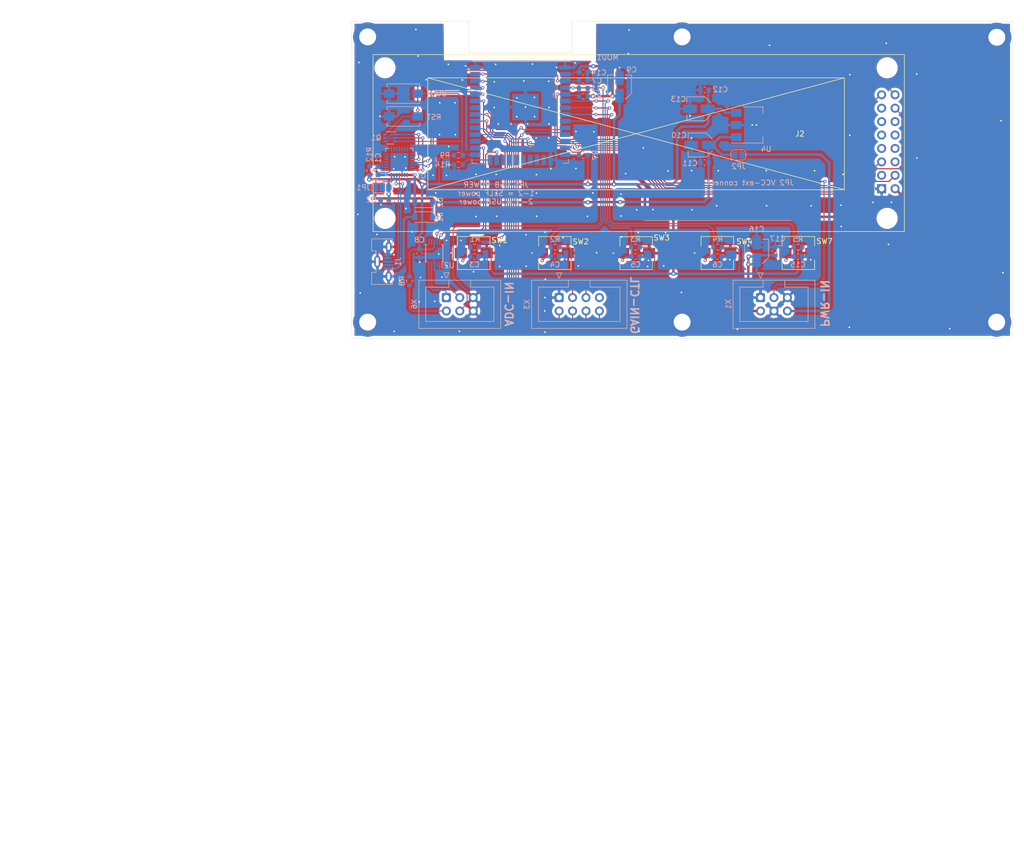
<source format=kicad_pcb>
(kicad_pcb (version 20211014) (generator pcbnew)

  (general
    (thickness 1.6)
  )

  (paper "A4")
  (layers
    (0 "F.Cu" signal)
    (31 "B.Cu" signal)
    (32 "B.Adhes" user "B.Adhesive")
    (33 "F.Adhes" user "F.Adhesive")
    (34 "B.Paste" user)
    (35 "F.Paste" user)
    (36 "B.SilkS" user "B.Silkscreen")
    (37 "F.SilkS" user "F.Silkscreen")
    (38 "B.Mask" user)
    (39 "F.Mask" user)
    (40 "Dwgs.User" user "User.Drawings")
    (41 "Cmts.User" user "User.Comments")
    (42 "Eco1.User" user "User.Eco1")
    (43 "Eco2.User" user "User.Eco2")
    (44 "Edge.Cuts" user)
    (45 "Margin" user)
    (46 "B.CrtYd" user "B.Courtyard")
    (47 "F.CrtYd" user "F.Courtyard")
    (48 "B.Fab" user)
    (49 "F.Fab" user)
  )

  (setup
    (stackup
      (layer "F.SilkS" (type "Top Silk Screen"))
      (layer "F.Paste" (type "Top Solder Paste"))
      (layer "F.Mask" (type "Top Solder Mask") (thickness 0.01))
      (layer "F.Cu" (type "copper") (thickness 0.035))
      (layer "dielectric 1" (type "core") (thickness 1.51) (material "FR4") (epsilon_r 4.5) (loss_tangent 0.02))
      (layer "B.Cu" (type "copper") (thickness 0.035))
      (layer "B.Mask" (type "Bottom Solder Mask") (thickness 0.01))
      (layer "B.Paste" (type "Bottom Solder Paste"))
      (layer "B.SilkS" (type "Bottom Silk Screen"))
      (copper_finish "None")
      (dielectric_constraints no)
    )
    (pad_to_mask_clearance 0)
    (grid_origin 189.5856 121.1072)
    (pcbplotparams
      (layerselection 0x00010fc_ffffffff)
      (disableapertmacros false)
      (usegerberextensions false)
      (usegerberattributes true)
      (usegerberadvancedattributes true)
      (creategerberjobfile true)
      (svguseinch false)
      (svgprecision 6)
      (excludeedgelayer true)
      (plotframeref false)
      (viasonmask false)
      (mode 1)
      (useauxorigin false)
      (hpglpennumber 1)
      (hpglpenspeed 20)
      (hpglpendiameter 15.000000)
      (dxfpolygonmode true)
      (dxfimperialunits true)
      (dxfusepcbnewfont true)
      (psnegative false)
      (psa4output false)
      (plotreference true)
      (plotvalue true)
      (plotinvisibletext false)
      (sketchpadsonfab false)
      (subtractmaskfromsilk false)
      (outputformat 1)
      (mirror false)
      (drillshape 1)
      (scaleselection 1)
      (outputdirectory "")
    )
  )

  (net 0 "")
  (net 1 "VCC")
  (net 2 "GND")
  (net 3 "+3V3")
  (net 4 "/ESP_RST")
  (net 5 "/BTN_USR_1")
  (net 6 "/BTN_USR_2")
  (net 7 "/BTN_USR_3")
  (net 8 "/BTN_USR_4")
  (net 9 "/ERROR")
  (net 10 "unconnected-(U1-Pad1)")
  (net 11 "unconnected-(U1-Pad2)")
  (net 12 "unconnected-(U1-Pad10)")
  (net 13 "unconnected-(U1-Pad11)")
  (net 14 "unconnected-(U1-Pad12)")
  (net 15 "unconnected-(U1-Pad13)")
  (net 16 "unconnected-(U1-Pad14)")
  (net 17 "unconnected-(U1-Pad15)")
  (net 18 "unconnected-(U1-Pad16)")
  (net 19 "unconnected-(U1-Pad17)")
  (net 20 "unconnected-(U1-Pad18)")
  (net 21 "unconnected-(U1-Pad19)")
  (net 22 "unconnected-(U1-Pad20)")
  (net 23 "unconnected-(U1-Pad21)")
  (net 24 "/ESP_GPIO0")
  (net 25 "unconnected-(U1-Pad22)")
  (net 26 "unconnected-(U1-Pad23)")
  (net 27 "unconnected-(U1-Pad27)")
  (net 28 "/IN_ADC0")
  (net 29 "/I2C_SDA")
  (net 30 "/ESP_RX")
  (net 31 "/ESP_TX")
  (net 32 "/I2C_SCL")
  (net 33 "/IN_ADC1")
  (net 34 "/IN_ADC2")
  (net 35 "unconnected-(U2-Pad7)")
  (net 36 "/BTN_USR_5")
  (net 37 "/uC04")
  (net 38 "/uC05")
  (net 39 "/uC03")
  (net 40 "/ESP_GPIO2")
  (net 41 "/uC06")
  (net 42 "/uC02")
  (net 43 "unconnected-(X3-Pad7)")
  (net 44 "VBUS")
  (net 45 "Net-(JP1-Pad2)")
  (net 46 "/DTR")
  (net 47 "/RTS")
  (net 48 "/USB_RST")
  (net 49 "/D-")
  (net 50 "/D+")
  (net 51 "/LEVEL")
  (net 52 "unconnected-(J2-Pad3)")
  (net 53 "/OLED_MOSI")
  (net 54 "unconnected-(J2-Pad6)")
  (net 55 "unconnected-(J2-Pad7)")
  (net 56 "unconnected-(J2-Pad8)")
  (net 57 "unconnected-(J2-Pad9)")
  (net 58 "unconnected-(J2-Pad10)")
  (net 59 "unconnected-(J2-Pad11)")
  (net 60 "unconnected-(J2-Pad12)")
  (net 61 "unconnected-(J2-Pad13)")
  (net 62 "/OLED_DC")
  (net 63 "/OLED_RST")
  (net 64 "/OLED_CS")
  (net 65 "/ESP_GPIO12")
  (net 66 "/BUZZER")
  (net 67 "unconnected-(MOD1-Pad17)")
  (net 68 "unconnected-(MOD1-Pad18)")
  (net 69 "unconnected-(MOD1-Pad19)")
  (net 70 "unconnected-(MOD1-Pad20)")
  (net 71 "unconnected-(MOD1-Pad21)")
  (net 72 "unconnected-(MOD1-Pad22)")
  (net 73 "/OLED_SCK")
  (net 74 "/uC01")
  (net 75 "unconnected-(MOD1-Pad32)")
  (net 76 "/LEVEL_PU")
  (net 77 "unconnected-(U2-Pad2)")
  (net 78 "/VCC-ext")

  (footprint "Button_Switch_SMD:SW_SPST_ALPS_SKPMAME010" (layer "F.Cu") (at 93.9546 109.8296))

  (footprint "MountingHole:MountingHole_3.2mm_M3_ISO14580_Pad" (layer "F.Cu") (at 58.547 68.9102))

  (footprint "MountingHole:MountingHole_3.2mm_M3_ISO14580_Pad" (layer "F.Cu") (at 177.5714 68.9864))

  (footprint "MountingHole:MountingHole_3.2mm_M3_ISO14580_Pad" (layer "F.Cu") (at 177.546 122.9106))

  (footprint "Button_Switch_SMD:SW_SPST_ALPS_SKPMAME010" (layer "F.Cu") (at 109.333893 109.855))

  (footprint "Button_Switch_SMD:SW_SPST_ALPS_SKPMAME010" (layer "F.Cu") (at 140.0302 109.8296))

  (footprint "Button_Switch_SMD:SW_SPST_ALPS_SKPMAME010" (layer "F.Cu") (at 124.700893 109.8296))

  (footprint "MountingHole:MountingHole_3.2mm_M3_ISO14580_Pad" (layer "F.Cu") (at 58.547 122.9106))

  (footprint "Button_Switch_SMD:SW_SPST_ALPS_SKPMAME010" (layer "F.Cu") (at 78.613 109.8296))

  (footprint "MountingHole:MountingHole_3.2mm_M3_ISO14580_Pad" (layer "F.Cu") (at 118.0338 122.9106))

  (footprint "MountingHole:MountingHole_3.2mm_M3_ISO14580_Pad" (layer "F.Cu") (at 118.0338 68.9102))

  (footprint "Display:OLED_SSD1322_NHD_256X64" (layer "F.Cu") (at 160.0708 72.263))

  (footprint "Capacitor_SMD:C_0603_1608Metric" (layer "B.Cu") (at 68.3514 109.8934 -90))

  (footprint "Capacitor_SMD:C_0603_1608Metric" (layer "B.Cu") (at 109.22 110.49 180))

  (footprint "Capacitor_SMD:C_0603_1608Metric" (layer "B.Cu") (at 60.5028 94.234 -90))

  (footprint "Resistor_SMD:R_0603_1608Metric" (layer "B.Cu") (at 99.3394 91.3384))

  (footprint "Diode_SMD:D_SOD-123" (layer "B.Cu") (at 69.1134 100.2284 180))

  (footprint "Connector_IDC:IDC-Header_2x04_P2.54mm_Vertical" (layer "B.Cu") (at 94.7674 118.2624 -90))

  (footprint "Capacitor_SMD:C_0603_1608Metric" (layer "B.Cu") (at 139.954 110.49 180))

  (footprint "Resistor_SMD:R_0603_1608Metric" (layer "B.Cu") (at 93.98 108.712 180))

  (footprint "Capacitor_SMD:C_0603_1608Metric" (layer "B.Cu") (at 124.714 110.49 180))

  (footprint "Package_SO:TSSOP-10_3x3mm_P0.5mm" (layer "B.Cu") (at 71.1454 109.8804 90))

  (footprint "Capacitor_SMD:C_Elec_4x5.4" (layer "B.Cu") (at 121.1834 82.5246 180))

  (footprint "Diode_SMD:D_SOD-123" (layer "B.Cu") (at 69.1134 103.0224 180))

  (footprint "Resistor_SMD:R_0603_1608Metric" (layer "B.Cu") (at 109.22 108.712 180))

  (footprint "Jumper:SolderJumper-2_P1.3mm_Open_RoundedPad1.0x1.5mm" (layer "B.Cu") (at 128.6764 91.2368 180))

  (footprint "Capacitor_SMD:C_0603_1608Metric" (layer "B.Cu") (at 135.636 109.474 90))

  (footprint "Connector_IDC:IDC-Header_2x03_P2.54mm_Vertical" (layer "B.Cu") (at 132.8674 118.2624 -90))

  (footprint "Resistor_SMD:R_0603_1608Metric" (layer "B.Cu") (at 99.3394 78.6384))

  (footprint "Capacitor_SMD:C_0603_1608Metric" (layer "B.Cu") (at 99.3394 77.1144))

  (footprint "Capacitor_SMD:C_0603_1608Metric" (layer "B.Cu") (at 93.967 110.49 180))

  (footprint "Resistor_SMD:R_0603_1608Metric" (layer "B.Cu") (at 99.3394 80.1624 180))

  (footprint "Capacitor_SMD:C_Elec_4x5.4" (layer "B.Cu") (at 106.1974 78.3844 90))

  (footprint "Resistor_SMD:R_0603_1608Metric" (layer "B.Cu") (at 58.928 94.234 -90))

  (footprint "Connector_IDC:IDC-Header_2x03_P2.54mm_Vertical" (layer "B.Cu") (at 73.4314 118.2624 -90))

  (footprint "Resistor_SMD:R_0603_1608Metric" (layer "B.Cu") (at 139.954 108.712 180))

  (footprint "Package_DFN_QFN:QFN-28-1EP_5x5mm_P0.5mm_EP3.35x3.35mm" (layer "B.Cu") (at 64.5414 92.6084 90))

  (footprint "Resistor_SMD:R_0603_1608Metric" (layer "B.Cu") (at 78.74 108.712 180))

  (footprint "Capacitor_SMD:C_Elec_4x5.4" (layer "B.Cu") (at 132.1308 109.474 90))

  (footprint "Capacitor_SMD:C_0603_1608Metric" (layer "B.Cu") (at 61.7728 99.7204 180))

  (footprint "Connector_USB:USB_Micro-B_Molex-105133-0031" (layer "B.Cu") (at 61.4398 111.4552 90))

  (footprint "Capacitor_SMD:C_0603_1608Metric" (layer "B.Cu") (at 122.2756 92.6846 180))

  (footprint "Button_Switch_SMD:SW_SPST_EVQPE1" (layer "B.Cu") (at 65.3034 79.6544 180))

  (footprint "Resistor_SMD:R_0603_1608Metric" (layer "B.Cu") (at 66.4464 115.1128 -90))

  (footprint "Resistor_SMD:R_0603_1608Metric" (layer "B.Cu") (at 124.7648 108.712 180))

  (footprint "Jumper:SolderJumper-3_P1.3mm_Open_RoundedPad1.0x1.5mm" (layer "B.Cu") (at 61.2856 97.4344))

  (footprint "Package_TO_SOT_SMD:SOT-363_SC-70-6" (layer "B.Cu") (at 62.7634 88.0364 180))

  (footprint "Capacitor_SMD:C_0603_1608Metric" (layer "B.Cu") (at 99.3394 75.5904))

  (footprint "Button_Switch_SMD:SW_SPST_EVQPE1" (layer "B.Cu") (at 65.3034 83.9724 180))

  (footprint "Resistor_SMD:R_0603_1608Metric" (layer "B.Cu") (at 75.7174 93.1164))

  (footprint "Package_TO_SOT_SMD:SOT-223-3_TabPin2" (layer "B.Cu")
    (tedit 620E423B) (tstamp d3077e98-39cf-4139-b44c-143b2dacc80f)
    (at 131.4196 85.598)
    (descr "module CMS SOT223 4 pins")
    (tags "CMS SOT")
    (property "Sheetfile" "MiliOhmMeter.kicad_sch")
    (property "Sheetname" "")
    (path "/00000000-0000-0000-0000-00006185aba2")
    (attr smd)
    (fp_text reference "U4" (at 2.515 4.5466) (layer "B.SilkS")
      (effects (font (size 1 1) (thickness 0.15)) (justify mirror))
      (tstamp ff404d94-c427-4b5c-9a67-c7de5d2fe8a6)
    )
    (fp_text value "MCP1825S" (at 0 -4.5) (layer "B.Fab")
      (effects (font (size 1 1) (thickness 0.15)) (justify mirror))
      (tstamp fdb6124f-6516-4dc6-afad-c0995ec37327)
    )
    (fp_text user "${REFERENCE}" (at 0 0 90) (layer "B.Fab")
      (effects (font (size 0.8 0.8) (thickness 0.12)) (justify mirror))
      (tstamp 7ae282c3-bc3c-46b7-8b9c-f6bed71bfeb1)
    )
    (fp_line (start 1.91 -3.41) (end 1.91 -2.15) (layer "B.SilkS") (width 0.12) (tstamp 3eb9a0b1-7b96-4ca2-a540-9d22e517bd94))
    (fp_line (start -4.1 3.41) (end 1.91 3.41) (layer "B.SilkS") (width 0.12) (tstamp daec1157-e4f8-438f-b054-c26d786831a7))
    (fp_line (start -1.85 -3.41) (end 1.91 -3.41) (layer "B.SilkS") (width 0.12) (tstamp dc1ad149-553b-4532-935a-27800fe64b12))
    (fp_line (start 1.91 3.41) (end 1.91 2.15) (layer "B.SilkS") (width 0.12) (tstamp e1c3e5a1-bbd6-4b41-8c50-21ad26313e38))
    (fp_line (start -4.4 -3.6) (end 4.4 -3.6) (layer "B.CrtYd") (width 0.05) (tstamp 2ad85e61-c9e1-4104-bf64-2e0d28b0ff7c))
    (fp_line (start 4.4 -3.6) (end 4.4 3.6) (layer "B.CrtYd") (width 0.05) (tstamp 7450405d-783b-49ee-9c0d-299eb61134a3))
    (fp_line (start 4.4 3.6) (end -4.4 3.6) (layer "B.CrtYd") (width 0.05) (tstamp 98cb966d-8cd9-46ca-8ba0-0b876f18fb2f))
    (fp_line (start -4.4 3.6) (end -4.4 -3.6) (layer "B.CrtYd") (width 0.05) (tstamp d4623a81-8ed8-41ff-8c29-e2ae2496a3d8))
    (fp_line (start -0.85 3.35) (end 1.85 3.35) (layer "B.Fab") (width 0.1) (tstamp 851e81d8-d491-4188-ab18-54c2199500a3))
    (fp_line (start -1.85 2.35) (end -0.85 3.35) (layer "B.Fab") (width 0.1) (tstamp 8eb345ae-ebd2-4aae-a076-c0648b7a1070))
    (fp_line (start -1.85 2.35) (end -1.85 -3.35) (layer "B.Fab") (width 0.1) (tstamp 94e2db58-e347-4cd6-b416-cbcb633315e5))
    (fp_line (start -1.85 -3.35) (end 1.85 -3.35) (layer "B.Fab") (width 0.1) (tstamp e6dd89fe-fbae-455e-abb1-d49f97c6e761))
    (fp_line (start 1.85 3.35) (end 1.85 -3.35) (layer "B.Fab") (width 0.1) (tstamp f560987f-04a8-4584-bd3c-de513364a2d6))
    (pad "1" smd rect (at -3.15 2.3) (size 2 1.5) (layers "B.Cu" "B.Paste" "B.Mask")
      (net 1 "VCC") (pinfunction "VI") (pintype "power_in") (tstamp 0a92d4e8-2c99-46ae-8b9d-e9a5f254af09))
    (pad "2" smd rect (at 3.150006 0) (size 2 3.8) (property pad_prop_heatsink) (layers "B.Cu" "B.Paste" "B.Mask")
      (net 2 "GND") (pinfunction "GND") (pintype "power_in") (zone_connect 2) (tstamp 26ef990d-fefc-479e-9ee4-f4f6d051fce9))
    (pad "2" smd rect (at -3.15 0) (size 2 1.5) (layers "B.Cu" "B.Paste" "B.Mask")
      (net 2 "GND") (pinfunction "GND") (pintype "power_in") (tstamp 69f15af5-2522-4330-bf49-f9d7ee7744be))
    (pad "3" smd rect (at -3.15 -2.3) (size 2 1.5) (layers "B.Cu" "B.Paste" "B.Mask")
      (net 3 "+3V3") (pinfunction "VO") (pintype "power_out") (tstamp a6dd641b-ea29-432d-8962-98934efb1dae))
    (model "${KICAD6_3DMODEL_DIR}/Package_TO_SOT_SMD.3dshapes/SOT-223.wrl"
      (offset (xyz 0 0 0))
      (scale (xyz 1 1 1))
      (rotate (xyz 0 0 0))
... [862565 chars truncated]
</source>
